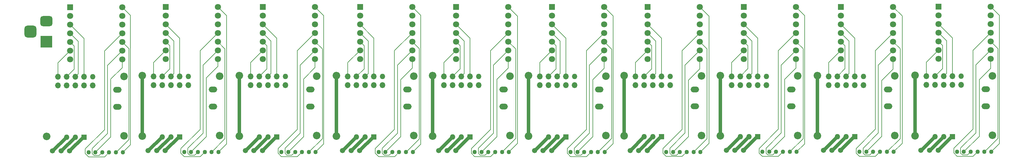
<source format=gbr>
%TF.GenerationSoftware,KiCad,Pcbnew,8.0.6*%
%TF.CreationDate,2024-11-22T20:17:49-05:00*%
%TF.ProjectId,exosuit_modular_board,65786f73-7569-4745-9f6d-6f64756c6172,rev?*%
%TF.SameCoordinates,Original*%
%TF.FileFunction,Copper,L1,Top*%
%TF.FilePolarity,Positive*%
%FSLAX46Y46*%
G04 Gerber Fmt 4.6, Leading zero omitted, Abs format (unit mm)*
G04 Created by KiCad (PCBNEW 8.0.6) date 2024-11-22 20:17:49*
%MOMM*%
%LPD*%
G01*
G04 APERTURE LIST*
G04 Aperture macros list*
%AMRoundRect*
0 Rectangle with rounded corners*
0 $1 Rounding radius*
0 $2 $3 $4 $5 $6 $7 $8 $9 X,Y pos of 4 corners*
0 Add a 4 corners polygon primitive as box body*
4,1,4,$2,$3,$4,$5,$6,$7,$8,$9,$2,$3,0*
0 Add four circle primitives for the rounded corners*
1,1,$1+$1,$2,$3*
1,1,$1+$1,$4,$5*
1,1,$1+$1,$6,$7*
1,1,$1+$1,$8,$9*
0 Add four rect primitives between the rounded corners*
20,1,$1+$1,$2,$3,$4,$5,0*
20,1,$1+$1,$4,$5,$6,$7,0*
20,1,$1+$1,$6,$7,$8,$9,0*
20,1,$1+$1,$8,$9,$2,$3,0*%
G04 Aperture macros list end*
%TA.AperFunction,ComponentPad*%
%ADD10O,2.500000X1.700000*%
%TD*%
%TA.AperFunction,ComponentPad*%
%ADD11O,2.200000X2.200000*%
%TD*%
%TA.AperFunction,ComponentPad*%
%ADD12C,1.270000*%
%TD*%
%TA.AperFunction,ComponentPad*%
%ADD13O,1.574800X1.574800*%
%TD*%
%TA.AperFunction,ComponentPad*%
%ADD14O,1.700000X1.700000*%
%TD*%
%TA.AperFunction,ComponentPad*%
%ADD15R,1.574800X1.574800*%
%TD*%
%TA.AperFunction,ComponentPad*%
%ADD16R,1.800000X1.800000*%
%TD*%
%TA.AperFunction,ComponentPad*%
%ADD17C,1.800000*%
%TD*%
%TA.AperFunction,ComponentPad*%
%ADD18C,1.498600*%
%TD*%
%TA.AperFunction,ComponentPad*%
%ADD19R,3.500000X3.500000*%
%TD*%
%TA.AperFunction,ComponentPad*%
%ADD20RoundRect,0.750000X-1.000000X0.750000X-1.000000X-0.750000X1.000000X-0.750000X1.000000X0.750000X0*%
%TD*%
%TA.AperFunction,ComponentPad*%
%ADD21RoundRect,0.875000X-0.875000X0.875000X-0.875000X-0.875000X0.875000X-0.875000X0.875000X0.875000X0*%
%TD*%
%TA.AperFunction,Conductor*%
%ADD22C,1.000000*%
%TD*%
%TA.AperFunction,Conductor*%
%ADD23C,0.200000*%
%TD*%
G04 APERTURE END LIST*
D10*
%TO.P,,2*%
%TO.N,GND*%
X206901957Y-105425000D03*
%TD*%
D11*
%TO.P,,5*%
%TO.N,GND*%
X355093000Y-101326000D03*
%TD*%
D12*
%TO.P,J7s1,1,1*%
%TO.N,GND*%
X310903085Y-123684000D03*
%TO.P,J7s1,2,2*%
%TO.N,Net-(U7-A7{slash}D7{slash}RX)*%
X312903086Y-123684000D03*
%TO.P,J7s1,3,3*%
%TO.N,Net-(U7-A8{slash}D8{slash}SCK)*%
X314903085Y-123684000D03*
%TO.P,J7s1,4,4*%
%TO.N,Net-(U7-A10{slash}D10{slash}MOSI)*%
X316903086Y-123684000D03*
%TO.P,J7s1,5,5*%
%TO.N,Net-(U7-A9{slash}D9{slash}MISO)*%
X318903084Y-123684000D03*
%TO.P,J7s1,6,6*%
%TO.N,Net-(U7-5V)*%
X320903085Y-123684000D03*
%TD*%
D13*
%TO.P,H1,1,1*%
%TO.N,GND*%
X143303915Y-101700000D03*
D14*
%TO.P,H1,2,2*%
%TO.N,unconnected-(H1-Pad2)*%
X143303915Y-104240000D03*
%TO.P,H1,3,3*%
%TO.N,Net-(U1-A2{slash}D2)*%
X140763915Y-101700000D03*
%TO.P,H1,4,4*%
%TO.N,unconnected-(H1-Pad4)*%
X140763915Y-104240000D03*
%TO.P,H1,5,5*%
%TO.N,Net-(U1-A3{slash}D3)*%
X138223915Y-101700000D03*
%TO.P,H1,6,6*%
%TO.N,unconnected-(H1-Pad6)*%
X138223915Y-104240000D03*
%TO.P,H1,7,7*%
%TO.N,Net-(U1-D4{slash}SDA)*%
X135683915Y-101700000D03*
%TO.P,H1,8,8*%
%TO.N,unconnected-(H1-Pad8)*%
X135683915Y-104240000D03*
%TO.P,H1,9,9*%
%TO.N,Net-(U1-D5{slash}SCL)*%
X133143915Y-101700000D03*
%TO.P,H1,10,10*%
%TO.N,unconnected-(H1-Pad10)*%
X133143915Y-104240000D03*
%TD*%
D11*
%TO.P,,5*%
%TO.N,GND*%
X186200957Y-101361000D03*
%TD*%
D10*
%TO.P,Pad_gge5124,2*%
%TO.N,GND*%
X150542915Y-105510000D03*
%TD*%
%TO.P,,2*%
%TO.N,GND*%
X235290015Y-105425000D03*
%TD*%
D13*
%TO.P,H5,1,1*%
%TO.N,GND*%
X256133858Y-101615000D03*
D14*
%TO.P,H5,2,2*%
%TO.N,unconnected-(H5-Pad2)*%
X256133858Y-104155000D03*
%TO.P,H5,3,3*%
%TO.N,Net-(U5-A2{slash}D2)*%
X253593858Y-101615000D03*
%TO.P,H5,4,4*%
%TO.N,unconnected-(H5-Pad4)*%
X253593858Y-104155000D03*
%TO.P,H5,5,5*%
%TO.N,Net-(U5-A3{slash}D3)*%
X251053858Y-101615000D03*
%TO.P,H5,6,6*%
%TO.N,unconnected-(H5-Pad6)*%
X251053858Y-104155000D03*
%TO.P,H5,7,7*%
%TO.N,Net-(U5-D4{slash}SDA)*%
X248513858Y-101615000D03*
%TO.P,H5,8,8*%
%TO.N,unconnected-(H5-Pad8)*%
X248513858Y-104155000D03*
%TO.P,H5,9,9*%
%TO.N,Net-(U5-D5{slash}SCL)*%
X245973858Y-101615000D03*
%TO.P,H5,10,10*%
%TO.N,unconnected-(H5-Pad10)*%
X245973858Y-104155000D03*
%TD*%
D11*
%TO.P,,5*%
%TO.N,GND*%
X208806957Y-118887000D03*
%TD*%
D10*
%TO.P,,2*%
%TO.N,GND*%
X347444000Y-105390000D03*
%TD*%
D11*
%TO.P,,5*%
%TO.N,GND*%
X298620000Y-101355000D03*
%TD*%
%TO.P,,5*%
%TO.N,GND*%
X293277858Y-118887000D03*
%TD*%
D15*
%TO.P,P4,1,1*%
%TO.N,Net-(J4m1-Pad1)*%
X225511015Y-119268000D03*
D13*
%TO.P,P4,2,2*%
%TO.N,Net-(J4m1-Pad2)*%
X222971015Y-119268000D03*
%TO.P,P4,3,3*%
%TO.N,Net-(J4m1-Pad3)*%
X220431015Y-119268000D03*
%TD*%
D16*
%TO.P,U10,1,A0/D0/DAC*%
%TO.N,unconnected-(U10-A0{slash}D0{slash}DAC-Pad1)*%
X390471085Y-81230000D03*
D17*
%TO.P,U10,2,A1/D1*%
%TO.N,unconnected-(U10-A1{slash}D1-Pad2)*%
X390471085Y-83770000D03*
%TO.P,U10,3,A2/D2*%
%TO.N,Net-(U10-A2{slash}D2)*%
X390471085Y-86310000D03*
%TO.P,U10,4,A3/D3*%
%TO.N,Net-(U10-A3{slash}D3)*%
X390471085Y-88850000D03*
%TO.P,U10,5,D4/SDA*%
%TO.N,Net-(U10-D4{slash}SDA)*%
X390471085Y-91390000D03*
%TO.P,U10,6,D5/SCL*%
%TO.N,Net-(U10-D5{slash}SCL)*%
X390471085Y-93930000D03*
%TO.P,U10,7,A6/D6/TX*%
%TO.N,unconnected-(U10-A6{slash}D6{slash}TX-Pad7)*%
X390471085Y-96470000D03*
%TO.P,U10,8,A7/D7/RX*%
%TO.N,Net-(U10-A7{slash}D7{slash}RX)*%
X405711085Y-96470000D03*
%TO.P,U10,9,A8/D8/SCK*%
%TO.N,Net-(U10-A8{slash}D8{slash}SCK)*%
X405711085Y-93930000D03*
%TO.P,U10,10,A9/D9/MISO*%
%TO.N,Net-(U10-A9{slash}D9{slash}MISO)*%
X405711085Y-91390000D03*
%TO.P,U10,11,A10/D10/MOSI*%
%TO.N,Net-(U10-A10{slash}D10{slash}MOSI)*%
X405711085Y-88850000D03*
%TO.P,U10,12,3V3*%
%TO.N,unconnected-(U10-3V3-Pad12)*%
X405711085Y-86310000D03*
%TO.P,U10,13,GND*%
%TO.N,GND*%
X405711085Y-83770000D03*
%TO.P,U10,14,5V*%
%TO.N,Net-(U10-5V)*%
X405711085Y-81230000D03*
%TD*%
D15*
%TO.P,P9,1,1*%
%TO.N,Net-(J9m1-Pad1)*%
X366015000Y-119233000D03*
D13*
%TO.P,P9,2,2*%
%TO.N,Net-(J9m1-Pad2)*%
X363475000Y-119233000D03*
%TO.P,P9,3,3*%
%TO.N,Net-(J9m1-Pad3)*%
X360935000Y-119233000D03*
%TD*%
D10*
%TO.P,,3*%
%TO.N,VCC*%
X178487915Y-110378000D03*
%TD*%
D13*
%TO.P,H7,1,1*%
%TO.N,GND*%
X312082000Y-101609000D03*
D14*
%TO.P,H7,2,2*%
%TO.N,unconnected-(H7-Pad2)*%
X312082000Y-104149000D03*
%TO.P,H7,3,3*%
%TO.N,Net-(U7-A2{slash}D2)*%
X309542000Y-101609000D03*
%TO.P,H7,4,4*%
%TO.N,unconnected-(H7-Pad4)*%
X309542000Y-104149000D03*
%TO.P,H7,5,5*%
%TO.N,Net-(U7-A3{slash}D3)*%
X307002000Y-101609000D03*
%TO.P,H7,6,6*%
%TO.N,unconnected-(H7-Pad6)*%
X307002000Y-104149000D03*
%TO.P,H7,7,7*%
%TO.N,Net-(U7-D4{slash}SDA)*%
X304462000Y-101609000D03*
%TO.P,H7,8,8*%
%TO.N,unconnected-(H7-Pad8)*%
X304462000Y-104149000D03*
%TO.P,H7,9,9*%
%TO.N,Net-(U7-D5{slash}SCL)*%
X301922000Y-101609000D03*
%TO.P,H7,10,10*%
%TO.N,unconnected-(H7-Pad10)*%
X301922000Y-104149000D03*
%TD*%
D18*
%TO.P,J5m1,1,1*%
%TO.N,Net-(J5m1-Pad1)*%
X249425043Y-123269900D03*
%TO.P,J5m1,2,2*%
%TO.N,Net-(J5m1-Pad2)*%
X246925043Y-123269900D03*
%TO.P,J5m1,3,3*%
%TO.N,Net-(J5m1-Pad3)*%
X244425043Y-123269900D03*
%TD*%
D10*
%TO.P,,3*%
%TO.N,VCC*%
X375794000Y-110343000D03*
%TD*%
D11*
%TO.P,,5*%
%TO.N,GND*%
X180392915Y-101488000D03*
%TD*%
%TO.P,,5*%
%TO.N,GND*%
X242671858Y-119014000D03*
%TD*%
D10*
%TO.P,,3*%
%TO.N,VCC*%
X347444000Y-110343000D03*
%TD*%
D15*
%TO.P,P8,1,1*%
%TO.N,Net-(J8m1-Pad1)*%
X337665000Y-119233000D03*
D13*
%TO.P,P8,2,2*%
%TO.N,Net-(J8m1-Pad2)*%
X335125000Y-119233000D03*
%TO.P,P8,3,3*%
%TO.N,Net-(J8m1-Pad3)*%
X332585000Y-119233000D03*
%TD*%
D11*
%TO.P,,5*%
%TO.N,GND*%
X157786915Y-101361000D03*
%TD*%
D12*
%TO.P,J1s1,1,1*%
%TO.N,GND*%
X142125000Y-123775000D03*
%TO.P,J1s1,2,2*%
%TO.N,Net-(U1-A7{slash}D7{slash}RX)*%
X144125001Y-123775000D03*
%TO.P,J1s1,3,3*%
%TO.N,Net-(U1-A8{slash}D8{slash}SCK)*%
X146125000Y-123775000D03*
%TO.P,J1s1,4,4*%
%TO.N,Net-(U1-A10{slash}D10{slash}MOSI)*%
X148125001Y-123775000D03*
%TO.P,J1s1,5,5*%
%TO.N,Net-(U1-A9{slash}D9{slash}MISO)*%
X150124999Y-123775000D03*
%TO.P,J1s1,6,6*%
%TO.N,Net-(U1-5V)*%
X152125000Y-123775000D03*
%TD*%
D16*
%TO.P,U1,1,A0/D0/DAC*%
%TO.N,unconnected-(U1-A0{slash}D0{slash}DAC-Pad1)*%
X136705000Y-81380000D03*
D17*
%TO.P,U1,2,A1/D1*%
%TO.N,unconnected-(U1-A1{slash}D1-Pad2)*%
X136705000Y-83920000D03*
%TO.P,U1,3,A2/D2*%
%TO.N,Net-(U1-A2{slash}D2)*%
X136705000Y-86460000D03*
%TO.P,U1,4,A3/D3*%
%TO.N,Net-(U1-A3{slash}D3)*%
X136705000Y-89000000D03*
%TO.P,U1,5,D4/SDA*%
%TO.N,Net-(U1-D4{slash}SDA)*%
X136705000Y-91540000D03*
%TO.P,U1,6,D5/SCL*%
%TO.N,Net-(U1-D5{slash}SCL)*%
X136705000Y-94080000D03*
%TO.P,U1,7,A6/D6/TX*%
%TO.N,unconnected-(U1-A6{slash}D6{slash}TX-Pad7)*%
X136705000Y-96620000D03*
%TO.P,U1,8,A7/D7/RX*%
%TO.N,Net-(U1-A7{slash}D7{slash}RX)*%
X151945000Y-96620000D03*
%TO.P,U1,9,A8/D8/SCK*%
%TO.N,Net-(U1-A8{slash}D8{slash}SCK)*%
X151945000Y-94080000D03*
%TO.P,U1,10,A9/D9/MISO*%
%TO.N,Net-(U1-A9{slash}D9{slash}MISO)*%
X151945000Y-91540000D03*
%TO.P,U1,11,A10/D10/MOSI*%
%TO.N,Net-(U1-A10{slash}D10{slash}MOSI)*%
X151945000Y-89000000D03*
%TO.P,U1,12,3V3*%
%TO.N,unconnected-(U1-3V3-Pad12)*%
X151945000Y-86460000D03*
%TO.P,U1,13,GND*%
%TO.N,GND*%
X151945000Y-83920000D03*
%TO.P,U1,14,5V*%
%TO.N,Net-(U1-5V)*%
X151945000Y-81380000D03*
%TD*%
D16*
%TO.P,U8,1,A0/D0/DAC*%
%TO.N,unconnected-(U8-A0{slash}D0{slash}DAC-Pad1)*%
X333606085Y-81260000D03*
D17*
%TO.P,U8,2,A1/D1*%
%TO.N,unconnected-(U8-A1{slash}D1-Pad2)*%
X333606085Y-83800000D03*
%TO.P,U8,3,A2/D2*%
%TO.N,Net-(U8-A2{slash}D2)*%
X333606085Y-86340000D03*
%TO.P,U8,4,A3/D3*%
%TO.N,Net-(U8-A3{slash}D3)*%
X333606085Y-88880000D03*
%TO.P,U8,5,D4/SDA*%
%TO.N,Net-(U8-D4{slash}SDA)*%
X333606085Y-91420000D03*
%TO.P,U8,6,D5/SCL*%
%TO.N,Net-(U8-D5{slash}SCL)*%
X333606085Y-93960000D03*
%TO.P,U8,7,A6/D6/TX*%
%TO.N,unconnected-(U8-A6{slash}D6{slash}TX-Pad7)*%
X333606085Y-96500000D03*
%TO.P,U8,8,A7/D7/RX*%
%TO.N,Net-(U8-A7{slash}D7{slash}RX)*%
X348846085Y-96500000D03*
%TO.P,U8,9,A8/D8/SCK*%
%TO.N,Net-(U8-A8{slash}D8{slash}SCK)*%
X348846085Y-93960000D03*
%TO.P,U8,10,A9/D9/MISO*%
%TO.N,Net-(U8-A9{slash}D9{slash}MISO)*%
X348846085Y-91420000D03*
%TO.P,U8,11,A10/D10/MOSI*%
%TO.N,Net-(U8-A10{slash}D10{slash}MOSI)*%
X348846085Y-88880000D03*
%TO.P,U8,12,3V3*%
%TO.N,unconnected-(U8-3V3-Pad12)*%
X348846085Y-86340000D03*
%TO.P,U8,13,GND*%
%TO.N,GND*%
X348846085Y-83800000D03*
%TO.P,U8,14,5V*%
%TO.N,Net-(U8-5V)*%
X348846085Y-81260000D03*
%TD*%
D11*
%TO.P,,5*%
%TO.N,GND*%
X186200957Y-119014000D03*
%TD*%
D16*
%TO.P,U5,1,A0/D0/DAC*%
%TO.N,unconnected-(U5-A0{slash}D0{slash}DAC-Pad1)*%
X249534943Y-81295000D03*
D17*
%TO.P,U5,2,A1/D1*%
%TO.N,unconnected-(U5-A1{slash}D1-Pad2)*%
X249534943Y-83835000D03*
%TO.P,U5,3,A2/D2*%
%TO.N,Net-(U5-A2{slash}D2)*%
X249534943Y-86375000D03*
%TO.P,U5,4,A3/D3*%
%TO.N,Net-(U5-A3{slash}D3)*%
X249534943Y-88915000D03*
%TO.P,U5,5,D4/SDA*%
%TO.N,Net-(U5-D4{slash}SDA)*%
X249534943Y-91455000D03*
%TO.P,U5,6,D5/SCL*%
%TO.N,Net-(U5-D5{slash}SCL)*%
X249534943Y-93995000D03*
%TO.P,U5,7,A6/D6/TX*%
%TO.N,unconnected-(U5-A6{slash}D6{slash}TX-Pad7)*%
X249534943Y-96535000D03*
%TO.P,U5,8,A7/D7/RX*%
%TO.N,Net-(U5-A7{slash}D7{slash}RX)*%
X264774943Y-96535000D03*
%TO.P,U5,9,A8/D8/SCK*%
%TO.N,Net-(U5-A8{slash}D8{slash}SCK)*%
X264774943Y-93995000D03*
%TO.P,U5,10,A9/D9/MISO*%
%TO.N,Net-(U5-A9{slash}D9{slash}MISO)*%
X264774943Y-91455000D03*
%TO.P,U5,11,A10/D10/MOSI*%
%TO.N,Net-(U5-A10{slash}D10{slash}MOSI)*%
X264774943Y-88915000D03*
%TO.P,U5,12,3V3*%
%TO.N,unconnected-(U5-3V3-Pad12)*%
X264774943Y-86375000D03*
%TO.P,U5,13,GND*%
%TO.N,GND*%
X264774943Y-83835000D03*
%TO.P,U5,14,5V*%
%TO.N,Net-(U5-5V)*%
X264774943Y-81295000D03*
%TD*%
D12*
%TO.P,J2s1,1,1*%
%TO.N,GND*%
X170070000Y-123690000D03*
%TO.P,J2s1,2,2*%
%TO.N,Net-(U2-A7{slash}D7{slash}RX)*%
X172070001Y-123690000D03*
%TO.P,J2s1,3,3*%
%TO.N,Net-(U2-A8{slash}D8{slash}SCK)*%
X174070000Y-123690000D03*
%TO.P,J2s1,4,4*%
%TO.N,Net-(U2-A10{slash}D10{slash}MOSI)*%
X176070001Y-123690000D03*
%TO.P,J2s1,5,5*%
%TO.N,Net-(U2-A9{slash}D9{slash}MISO)*%
X178069999Y-123690000D03*
%TO.P,J2s1,6,6*%
%TO.N,Net-(U2-5V)*%
X180070000Y-123690000D03*
%TD*%
D10*
%TO.P,Pad_gge5154,3*%
%TO.N,VCC*%
X150542915Y-110463000D03*
%TD*%
%TO.P,,2*%
%TO.N,GND*%
X404309000Y-105360000D03*
%TD*%
D18*
%TO.P,J9m1,1,1*%
%TO.N,Net-(J9m1-Pad1)*%
X361846185Y-123234900D03*
%TO.P,J9m1,2,2*%
%TO.N,Net-(J9m1-Pad2)*%
X359346185Y-123234900D03*
%TO.P,J9m1,3,3*%
%TO.N,Net-(J9m1-Pad3)*%
X356846185Y-123234900D03*
%TD*%
%TO.P,J1m1,1,1*%
%TO.N,Net-(J1m1-Pad1)*%
X136595100Y-123354900D03*
%TO.P,J1m1,2,2*%
%TO.N,Net-(J1m1-Pad2)*%
X134095100Y-123354900D03*
%TO.P,J1m1,3,3*%
%TO.N,Net-(J1m1-Pad3)*%
X131595100Y-123354900D03*
%TD*%
D19*
%TO.P,BJ1,1*%
%TO.N,VCC*%
X129825000Y-91450000D03*
D20*
%TO.P,BJ1,2*%
%TO.N,GND*%
X129825000Y-85450000D03*
D21*
%TO.P,BJ1,3*%
X125125000Y-88450000D03*
%TD*%
D11*
%TO.P,,5*%
%TO.N,GND*%
X270671858Y-101361000D03*
%TD*%
%TO.P,,5*%
%TO.N,GND*%
X321226000Y-118881000D03*
%TD*%
D12*
%TO.P,J9s1,1,1*%
%TO.N,GND*%
X367376085Y-123655000D03*
%TO.P,J9s1,2,2*%
%TO.N,Net-(U9-A7{slash}D7{slash}RX)*%
X369376086Y-123655000D03*
%TO.P,J9s1,3,3*%
%TO.N,Net-(U9-A8{slash}D8{slash}SCK)*%
X371376085Y-123655000D03*
%TO.P,J9s1,4,4*%
%TO.N,Net-(U9-A10{slash}D10{slash}MOSI)*%
X373376086Y-123655000D03*
%TO.P,J9s1,5,5*%
%TO.N,Net-(U9-A9{slash}D9{slash}MISO)*%
X375376084Y-123655000D03*
%TO.P,J9s1,6,6*%
%TO.N,Net-(U9-5V)*%
X377376085Y-123655000D03*
%TD*%
D11*
%TO.P,Pad_gge7437,5*%
%TO.N,GND*%
X152447915Y-101573000D03*
%TD*%
D15*
%TO.P,P5,1,1*%
%TO.N,Net-(J5m1-Pad1)*%
X253593858Y-119268000D03*
D13*
%TO.P,P5,2,2*%
%TO.N,Net-(J5m1-Pad2)*%
X251053858Y-119268000D03*
%TO.P,P5,3,3*%
%TO.N,Net-(J5m1-Pad3)*%
X248513858Y-119268000D03*
%TD*%
D11*
%TO.P,,5*%
%TO.N,GND*%
X321226000Y-101482000D03*
%TD*%
D15*
%TO.P,P2,1,1*%
%TO.N,Net-(J2m1-Pad1)*%
X168708915Y-119268000D03*
D13*
%TO.P,P2,2,2*%
%TO.N,Net-(J2m1-Pad2)*%
X166168915Y-119268000D03*
%TO.P,P2,3,3*%
%TO.N,Net-(J2m1-Pad3)*%
X163628915Y-119268000D03*
%TD*%
D12*
%TO.P,J5s1,1,1*%
%TO.N,GND*%
X254954943Y-123690000D03*
%TO.P,J5s1,2,2*%
%TO.N,Net-(U5-A7{slash}D7{slash}RX)*%
X256954944Y-123690000D03*
%TO.P,J5s1,3,3*%
%TO.N,Net-(U5-A8{slash}D8{slash}SCK)*%
X258954943Y-123690000D03*
%TO.P,J5s1,4,4*%
%TO.N,Net-(U5-A10{slash}D10{slash}MOSI)*%
X260954944Y-123690000D03*
%TO.P,J5s1,5,5*%
%TO.N,Net-(U5-A9{slash}D9{slash}MISO)*%
X262954942Y-123690000D03*
%TO.P,J5s1,6,6*%
%TO.N,Net-(U5-5V)*%
X264954943Y-123690000D03*
%TD*%
D10*
%TO.P,,2*%
%TO.N,GND*%
X319321000Y-105419000D03*
%TD*%
D15*
%TO.P,P10,1,1*%
%TO.N,Net-(J10m1-Pad1)*%
X394530000Y-119203000D03*
D13*
%TO.P,P10,2,2*%
%TO.N,Net-(J10m1-Pad2)*%
X391990000Y-119203000D03*
%TO.P,P10,3,3*%
%TO.N,Net-(J10m1-Pad3)*%
X389450000Y-119203000D03*
%TD*%
D10*
%TO.P,,2*%
%TO.N,GND*%
X263372858Y-105425000D03*
%TD*%
D18*
%TO.P,J8m1,1,1*%
%TO.N,Net-(J8m1-Pad1)*%
X333496185Y-123234900D03*
%TO.P,J8m1,2,2*%
%TO.N,Net-(J8m1-Pad2)*%
X330996185Y-123234900D03*
%TO.P,J8m1,3,3*%
%TO.N,Net-(J8m1-Pad3)*%
X328496185Y-123234900D03*
%TD*%
D11*
%TO.P,,5*%
%TO.N,GND*%
X180392915Y-118887000D03*
%TD*%
D10*
%TO.P,,3*%
%TO.N,VCC*%
X319321000Y-110372000D03*
%TD*%
D13*
%TO.P,H4,1,1*%
%TO.N,GND*%
X228051015Y-101615000D03*
D14*
%TO.P,H4,2,2*%
%TO.N,unconnected-(H4-Pad2)*%
X228051015Y-104155000D03*
%TO.P,H4,3,3*%
%TO.N,Net-(U4-A2{slash}D2)*%
X225511015Y-101615000D03*
%TO.P,H4,4,4*%
%TO.N,unconnected-(H4-Pad4)*%
X225511015Y-104155000D03*
%TO.P,H4,5,5*%
%TO.N,Net-(U4-A3{slash}D3)*%
X222971015Y-101615000D03*
%TO.P,H4,6,6*%
%TO.N,unconnected-(H4-Pad6)*%
X222971015Y-104155000D03*
%TO.P,H4,7,7*%
%TO.N,Net-(U4-D4{slash}SDA)*%
X220431015Y-101615000D03*
%TO.P,H4,8,8*%
%TO.N,unconnected-(H4-Pad8)*%
X220431015Y-104155000D03*
%TO.P,H4,9,9*%
%TO.N,Net-(U4-D5{slash}SCL)*%
X217891015Y-101615000D03*
%TO.P,H4,10,10*%
%TO.N,unconnected-(H4-Pad10)*%
X217891015Y-104155000D03*
%TD*%
D11*
%TO.P,,5*%
%TO.N,GND*%
X326743000Y-118979000D03*
%TD*%
%TO.P,,5*%
%TO.N,GND*%
X208806957Y-101488000D03*
%TD*%
D15*
%TO.P,P6,1,1*%
%TO.N,Net-(J6m1-Pad1)*%
X281593858Y-119268000D03*
D13*
%TO.P,P6,2,2*%
%TO.N,Net-(J6m1-Pad2)*%
X279053858Y-119268000D03*
%TO.P,P6,3,3*%
%TO.N,Net-(J6m1-Pad3)*%
X276513858Y-119268000D03*
%TD*%
D18*
%TO.P,J2m1,1,1*%
%TO.N,Net-(J2m1-Pad1)*%
X164540100Y-123269900D03*
%TO.P,J2m1,2,2*%
%TO.N,Net-(J2m1-Pad2)*%
X162040100Y-123269900D03*
%TO.P,J2m1,3,3*%
%TO.N,Net-(J2m1-Pad3)*%
X159540100Y-123269900D03*
%TD*%
D11*
%TO.P,,5*%
%TO.N,GND*%
X237195015Y-118887000D03*
%TD*%
D13*
%TO.P,H3,1,1*%
%TO.N,GND*%
X199662957Y-101615000D03*
D14*
%TO.P,H3,2,2*%
%TO.N,unconnected-(H3-Pad2)*%
X199662957Y-104155000D03*
%TO.P,H3,3,3*%
%TO.N,Net-(U3-A2{slash}D2)*%
X197122957Y-101615000D03*
%TO.P,H3,4,4*%
%TO.N,unconnected-(H3-Pad4)*%
X197122957Y-104155000D03*
%TO.P,H3,5,5*%
%TO.N,Net-(U3-A3{slash}D3)*%
X194582957Y-101615000D03*
%TO.P,H3,6,6*%
%TO.N,unconnected-(H3-Pad6)*%
X194582957Y-104155000D03*
%TO.P,H3,7,7*%
%TO.N,Net-(U3-D4{slash}SDA)*%
X192042957Y-101615000D03*
%TO.P,H3,8,8*%
%TO.N,unconnected-(H3-Pad8)*%
X192042957Y-104155000D03*
%TO.P,H3,9,9*%
%TO.N,Net-(U3-D5{slash}SCL)*%
X189502957Y-101615000D03*
%TO.P,H3,10,10*%
%TO.N,unconnected-(H3-Pad10)*%
X189502957Y-104155000D03*
%TD*%
D12*
%TO.P,J6s1,1,1*%
%TO.N,GND*%
X282954943Y-123690000D03*
%TO.P,J6s1,2,2*%
%TO.N,Net-(U6-A7{slash}D7{slash}RX)*%
X284954944Y-123690000D03*
%TO.P,J6s1,3,3*%
%TO.N,Net-(U6-A8{slash}D8{slash}SCK)*%
X286954943Y-123690000D03*
%TO.P,J6s1,4,4*%
%TO.N,Net-(U6-A10{slash}D10{slash}MOSI)*%
X288954944Y-123690000D03*
%TO.P,J6s1,5,5*%
%TO.N,Net-(U6-A9{slash}D9{slash}MISO)*%
X290954942Y-123690000D03*
%TO.P,J6s1,6,6*%
%TO.N,Net-(U6-5V)*%
X292954943Y-123690000D03*
%TD*%
D11*
%TO.P,Pad_gge5250,5*%
%TO.N,GND*%
X152447915Y-118972000D03*
%TD*%
%TO.P,,5*%
%TO.N,GND*%
X298620000Y-119008000D03*
%TD*%
%TO.P,,5*%
%TO.N,GND*%
X214589015Y-119014000D03*
%TD*%
%TO.P,,5*%
%TO.N,GND*%
X349349000Y-101453000D03*
%TD*%
D18*
%TO.P,J6m1,1,1*%
%TO.N,Net-(J6m1-Pad1)*%
X277425043Y-123269900D03*
%TO.P,J6m1,2,2*%
%TO.N,Net-(J6m1-Pad2)*%
X274925043Y-123269900D03*
%TO.P,J6m1,3,3*%
%TO.N,Net-(J6m1-Pad3)*%
X272425043Y-123269900D03*
%TD*%
D13*
%TO.P,H6,1,1*%
%TO.N,GND*%
X284133858Y-101615000D03*
D14*
%TO.P,H6,2,2*%
%TO.N,unconnected-(H6-Pad2)*%
X284133858Y-104155000D03*
%TO.P,H6,3,3*%
%TO.N,Net-(U6-A2{slash}D2)*%
X281593858Y-101615000D03*
%TO.P,H6,4,4*%
%TO.N,unconnected-(H6-Pad4)*%
X281593858Y-104155000D03*
%TO.P,H6,5,5*%
%TO.N,Net-(U6-A3{slash}D3)*%
X279053858Y-101615000D03*
%TO.P,H6,6,6*%
%TO.N,unconnected-(H6-Pad6)*%
X279053858Y-104155000D03*
%TO.P,H6,7,7*%
%TO.N,Net-(U6-D4{slash}SDA)*%
X276513858Y-101615000D03*
%TO.P,H6,8,8*%
%TO.N,unconnected-(H6-Pad8)*%
X276513858Y-104155000D03*
%TO.P,H6,9,9*%
%TO.N,Net-(U6-D5{slash}SCL)*%
X273973858Y-101615000D03*
%TO.P,H6,10,10*%
%TO.N,unconnected-(H6-Pad10)*%
X273973858Y-104155000D03*
%TD*%
D10*
%TO.P,,3*%
%TO.N,VCC*%
X235290015Y-110378000D03*
%TD*%
D12*
%TO.P,J4s1,1,1*%
%TO.N,GND*%
X226872100Y-123690000D03*
%TO.P,J4s1,2,2*%
%TO.N,Net-(U4-A7{slash}D7{slash}RX)*%
X228872101Y-123690000D03*
%TO.P,J4s1,3,3*%
%TO.N,Net-(U4-A8{slash}D8{slash}SCK)*%
X230872100Y-123690000D03*
%TO.P,J4s1,4,4*%
%TO.N,Net-(U4-A10{slash}D10{slash}MOSI)*%
X232872101Y-123690000D03*
%TO.P,J4s1,5,5*%
%TO.N,Net-(U4-A9{slash}D9{slash}MISO)*%
X234872099Y-123690000D03*
%TO.P,J4s1,6,6*%
%TO.N,Net-(U4-5V)*%
X236872100Y-123690000D03*
%TD*%
%TO.P,J10s1,1,1*%
%TO.N,GND*%
X395891085Y-123625000D03*
%TO.P,J10s1,2,2*%
%TO.N,Net-(U10-A7{slash}D7{slash}RX)*%
X397891086Y-123625000D03*
%TO.P,J10s1,3,3*%
%TO.N,Net-(U10-A8{slash}D8{slash}SCK)*%
X399891085Y-123625000D03*
%TO.P,J10s1,4,4*%
%TO.N,Net-(U10-A10{slash}D10{slash}MOSI)*%
X401891086Y-123625000D03*
%TO.P,J10s1,5,5*%
%TO.N,Net-(U10-A9{slash}D9{slash}MISO)*%
X403891084Y-123625000D03*
%TO.P,J10s1,6,6*%
%TO.N,Net-(U10-5V)*%
X405891085Y-123625000D03*
%TD*%
D18*
%TO.P,J3m1,1,1*%
%TO.N,Net-(J3m1-Pad1)*%
X192954142Y-123269900D03*
%TO.P,J3m1,2,2*%
%TO.N,Net-(J3m1-Pad2)*%
X190454142Y-123269900D03*
%TO.P,J3m1,3,3*%
%TO.N,Net-(J3m1-Pad3)*%
X187954142Y-123269900D03*
%TD*%
D11*
%TO.P,,5*%
%TO.N,GND*%
X383608000Y-101296000D03*
%TD*%
D15*
%TO.P,P1,1,1*%
%TO.N,Net-(J1m1-Pad1)*%
X140763915Y-119353000D03*
D13*
%TO.P,P1,2,2*%
%TO.N,Net-(J1m1-Pad2)*%
X138223915Y-119353000D03*
%TO.P,P1,3,3*%
%TO.N,Net-(J1m1-Pad3)*%
X135683915Y-119353000D03*
%TD*%
D16*
%TO.P,U6,1,A0/D0/DAC*%
%TO.N,unconnected-(U6-A0{slash}D0{slash}DAC-Pad1)*%
X277534943Y-81295000D03*
D17*
%TO.P,U6,2,A1/D1*%
%TO.N,unconnected-(U6-A1{slash}D1-Pad2)*%
X277534943Y-83835000D03*
%TO.P,U6,3,A2/D2*%
%TO.N,Net-(U6-A2{slash}D2)*%
X277534943Y-86375000D03*
%TO.P,U6,4,A3/D3*%
%TO.N,Net-(U6-A3{slash}D3)*%
X277534943Y-88915000D03*
%TO.P,U6,5,D4/SDA*%
%TO.N,Net-(U6-D4{slash}SDA)*%
X277534943Y-91455000D03*
%TO.P,U6,6,D5/SCL*%
%TO.N,Net-(U6-D5{slash}SCL)*%
X277534943Y-93995000D03*
%TO.P,U6,7,A6/D6/TX*%
%TO.N,unconnected-(U6-A6{slash}D6{slash}TX-Pad7)*%
X277534943Y-96535000D03*
%TO.P,U6,8,A7/D7/RX*%
%TO.N,Net-(U6-A7{slash}D7{slash}RX)*%
X292774943Y-96535000D03*
%TO.P,U6,9,A8/D8/SCK*%
%TO.N,Net-(U6-A8{slash}D8{slash}SCK)*%
X292774943Y-93995000D03*
%TO.P,U6,10,A9/D9/MISO*%
%TO.N,Net-(U6-A9{slash}D9{slash}MISO)*%
X292774943Y-91455000D03*
%TO.P,U6,11,A10/D10/MOSI*%
%TO.N,Net-(U6-A10{slash}D10{slash}MOSI)*%
X292774943Y-88915000D03*
%TO.P,U6,12,3V3*%
%TO.N,unconnected-(U6-3V3-Pad12)*%
X292774943Y-86375000D03*
%TO.P,U6,13,GND*%
%TO.N,GND*%
X292774943Y-83835000D03*
%TO.P,U6,14,5V*%
%TO.N,Net-(U6-5V)*%
X292774943Y-81295000D03*
%TD*%
D16*
%TO.P,U3,1,A0/D0/DAC*%
%TO.N,unconnected-(U3-A0{slash}D0{slash}DAC-Pad1)*%
X193064042Y-81295000D03*
D17*
%TO.P,U3,2,A1/D1*%
%TO.N,unconnected-(U3-A1{slash}D1-Pad2)*%
X193064042Y-83835000D03*
%TO.P,U3,3,A2/D2*%
%TO.N,Net-(U3-A2{slash}D2)*%
X193064042Y-86375000D03*
%TO.P,U3,4,A3/D3*%
%TO.N,Net-(U3-A3{slash}D3)*%
X193064042Y-88915000D03*
%TO.P,U3,5,D4/SDA*%
%TO.N,Net-(U3-D4{slash}SDA)*%
X193064042Y-91455000D03*
%TO.P,U3,6,D5/SCL*%
%TO.N,Net-(U3-D5{slash}SCL)*%
X193064042Y-93995000D03*
%TO.P,U3,7,A6/D6/TX*%
%TO.N,unconnected-(U3-A6{slash}D6{slash}TX-Pad7)*%
X193064042Y-96535000D03*
%TO.P,U3,8,A7/D7/RX*%
%TO.N,Net-(U3-A7{slash}D7{slash}RX)*%
X208304042Y-96535000D03*
%TO.P,U3,9,A8/D8/SCK*%
%TO.N,Net-(U3-A8{slash}D8{slash}SCK)*%
X208304042Y-93995000D03*
%TO.P,U3,10,A9/D9/MISO*%
%TO.N,Net-(U3-A9{slash}D9{slash}MISO)*%
X208304042Y-91455000D03*
%TO.P,U3,11,A10/D10/MOSI*%
%TO.N,Net-(U3-A10{slash}D10{slash}MOSI)*%
X208304042Y-88915000D03*
%TO.P,U3,12,3V3*%
%TO.N,unconnected-(U3-3V3-Pad12)*%
X208304042Y-86375000D03*
%TO.P,U3,13,GND*%
%TO.N,GND*%
X208304042Y-83835000D03*
%TO.P,U3,14,5V*%
%TO.N,Net-(U3-5V)*%
X208304042Y-81295000D03*
%TD*%
D10*
%TO.P,,3*%
%TO.N,VCC*%
X291372858Y-110378000D03*
%TD*%
%TO.P,,3*%
%TO.N,VCC*%
X404309000Y-110313000D03*
%TD*%
D11*
%TO.P,,5*%
%TO.N,GND*%
X265277858Y-101488000D03*
%TD*%
%TO.P,,5*%
%TO.N,GND*%
X377699000Y-101453000D03*
%TD*%
%TO.P,,5*%
%TO.N,GND*%
X326743000Y-101326000D03*
%TD*%
%TO.P,,5*%
%TO.N,GND*%
X214589015Y-101361000D03*
%TD*%
%TO.P,,5*%
%TO.N,GND*%
X293277858Y-101488000D03*
%TD*%
D13*
%TO.P,H10,1,1*%
%TO.N,GND*%
X397070000Y-101550000D03*
D14*
%TO.P,H10,2,2*%
%TO.N,unconnected-(H10-Pad2)*%
X397070000Y-104090000D03*
%TO.P,H10,3,3*%
%TO.N,Net-(U10-A2{slash}D2)*%
X394530000Y-101550000D03*
%TO.P,H10,4,4*%
%TO.N,unconnected-(H10-Pad4)*%
X394530000Y-104090000D03*
%TO.P,H10,5,5*%
%TO.N,Net-(U10-A3{slash}D3)*%
X391990000Y-101550000D03*
%TO.P,H10,6,6*%
%TO.N,unconnected-(H10-Pad6)*%
X391990000Y-104090000D03*
%TO.P,H10,7,7*%
%TO.N,Net-(U10-D4{slash}SDA)*%
X389450000Y-101550000D03*
%TO.P,H10,8,8*%
%TO.N,unconnected-(H10-Pad8)*%
X389450000Y-104090000D03*
%TO.P,H10,9,9*%
%TO.N,Net-(U10-D5{slash}SCL)*%
X386910000Y-101550000D03*
%TO.P,H10,10,10*%
%TO.N,unconnected-(H10-Pad10)*%
X386910000Y-104090000D03*
%TD*%
D10*
%TO.P,,3*%
%TO.N,VCC*%
X206901957Y-110378000D03*
%TD*%
D16*
%TO.P,U7,1,A0/D0/DAC*%
%TO.N,unconnected-(U7-A0{slash}D0{slash}DAC-Pad1)*%
X305483085Y-81289000D03*
D17*
%TO.P,U7,2,A1/D1*%
%TO.N,unconnected-(U7-A1{slash}D1-Pad2)*%
X305483085Y-83829000D03*
%TO.P,U7,3,A2/D2*%
%TO.N,Net-(U7-A2{slash}D2)*%
X305483085Y-86369000D03*
%TO.P,U7,4,A3/D3*%
%TO.N,Net-(U7-A3{slash}D3)*%
X305483085Y-88909000D03*
%TO.P,U7,5,D4/SDA*%
%TO.N,Net-(U7-D4{slash}SDA)*%
X305483085Y-91449000D03*
%TO.P,U7,6,D5/SCL*%
%TO.N,Net-(U7-D5{slash}SCL)*%
X305483085Y-93989000D03*
%TO.P,U7,7,A6/D6/TX*%
%TO.N,unconnected-(U7-A6{slash}D6{slash}TX-Pad7)*%
X305483085Y-96529000D03*
%TO.P,U7,8,A7/D7/RX*%
%TO.N,Net-(U7-A7{slash}D7{slash}RX)*%
X320723085Y-96529000D03*
%TO.P,U7,9,A8/D8/SCK*%
%TO.N,Net-(U7-A8{slash}D8{slash}SCK)*%
X320723085Y-93989000D03*
%TO.P,U7,10,A9/D9/MISO*%
%TO.N,Net-(U7-A9{slash}D9{slash}MISO)*%
X320723085Y-91449000D03*
%TO.P,U7,11,A10/D10/MOSI*%
%TO.N,Net-(U7-A10{slash}D10{slash}MOSI)*%
X320723085Y-88909000D03*
%TO.P,U7,12,3V3*%
%TO.N,unconnected-(U7-3V3-Pad12)*%
X320723085Y-86369000D03*
%TO.P,U7,13,GND*%
%TO.N,GND*%
X320723085Y-83829000D03*
%TO.P,U7,14,5V*%
%TO.N,Net-(U7-5V)*%
X320723085Y-81289000D03*
%TD*%
D12*
%TO.P,J8s1,1,1*%
%TO.N,GND*%
X339026085Y-123655000D03*
%TO.P,J8s1,2,2*%
%TO.N,Net-(U8-A7{slash}D7{slash}RX)*%
X341026086Y-123655000D03*
%TO.P,J8s1,3,3*%
%TO.N,Net-(U8-A8{slash}D8{slash}SCK)*%
X343026085Y-123655000D03*
%TO.P,J8s1,4,4*%
%TO.N,Net-(U8-A10{slash}D10{slash}MOSI)*%
X345026086Y-123655000D03*
%TO.P,J8s1,5,5*%
%TO.N,Net-(U8-A9{slash}D9{slash}MISO)*%
X347026084Y-123655000D03*
%TO.P,J8s1,6,6*%
%TO.N,Net-(U8-5V)*%
X349026085Y-123655000D03*
%TD*%
D11*
%TO.P,,5*%
%TO.N,GND*%
X383608000Y-118949000D03*
%TD*%
%TO.P,,5*%
%TO.N,GND*%
X242671858Y-101361000D03*
%TD*%
%TO.P,,5*%
%TO.N,GND*%
X406214000Y-118822000D03*
%TD*%
D18*
%TO.P,J10m1,1,1*%
%TO.N,Net-(J10m1-Pad1)*%
X390361185Y-123204900D03*
%TO.P,J10m1,2,2*%
%TO.N,Net-(J10m1-Pad2)*%
X387861185Y-123204900D03*
%TO.P,J10m1,3,3*%
%TO.N,Net-(J10m1-Pad3)*%
X385361185Y-123204900D03*
%TD*%
D11*
%TO.P,,5*%
%TO.N,GND*%
X237195015Y-101488000D03*
%TD*%
D18*
%TO.P,J4m1,1,1*%
%TO.N,Net-(J4m1-Pad1)*%
X221342200Y-123269900D03*
%TO.P,J4m1,2,2*%
%TO.N,Net-(J4m1-Pad2)*%
X218842200Y-123269900D03*
%TO.P,J4m1,3,3*%
%TO.N,Net-(J4m1-Pad3)*%
X216342200Y-123269900D03*
%TD*%
D16*
%TO.P,U9,1,A0/D0/DAC*%
%TO.N,unconnected-(U9-A0{slash}D0{slash}DAC-Pad1)*%
X361956085Y-81260000D03*
D17*
%TO.P,U9,2,A1/D1*%
%TO.N,unconnected-(U9-A1{slash}D1-Pad2)*%
X361956085Y-83800000D03*
%TO.P,U9,3,A2/D2*%
%TO.N,Net-(U9-A2{slash}D2)*%
X361956085Y-86340000D03*
%TO.P,U9,4,A3/D3*%
%TO.N,Net-(U9-A3{slash}D3)*%
X361956085Y-88880000D03*
%TO.P,U9,5,D4/SDA*%
%TO.N,Net-(U9-D4{slash}SDA)*%
X361956085Y-91420000D03*
%TO.P,U9,6,D5/SCL*%
%TO.N,Net-(U9-D5{slash}SCL)*%
X361956085Y-93960000D03*
%TO.P,U9,7,A6/D6/TX*%
%TO.N,unconnected-(U9-A6{slash}D6{slash}TX-Pad7)*%
X361956085Y-96500000D03*
%TO.P,U9,8,A7/D7/RX*%
%TO.N,Net-(U9-A7{slash}D7{slash}RX)*%
X377196085Y-96500000D03*
%TO.P,U9,9,A8/D8/SCK*%
%TO.N,Net-(U9-A8{slash}D8{slash}SCK)*%
X377196085Y-93960000D03*
%TO.P,U9,10,A9/D9/MISO*%
%TO.N,Net-(U9-A9{slash}D9{slash}MISO)*%
X377196085Y-91420000D03*
%TO.P,U9,11,A10/D10/MOSI*%
%TO.N,Net-(U9-A10{slash}D10{slash}MOSI)*%
X377196085Y-88880000D03*
%TO.P,U9,12,3V3*%
%TO.N,unconnected-(U9-3V3-Pad12)*%
X377196085Y-86340000D03*
%TO.P,U9,13,GND*%
%TO.N,GND*%
X377196085Y-83800000D03*
%TO.P,U9,14,5V*%
%TO.N,Net-(U9-5V)*%
X377196085Y-81260000D03*
%TD*%
D13*
%TO.P,H9,1,1*%
%TO.N,GND*%
X368555000Y-101580000D03*
D14*
%TO.P,H9,2,2*%
%TO.N,unconnected-(H9-Pad2)*%
X368555000Y-104120000D03*
%TO.P,H9,3,3*%
%TO.N,Net-(U9-A2{slash}D2)*%
X366015000Y-101580000D03*
%TO.P,H9,4,4*%
%TO.N,unconnected-(H9-Pad4)*%
X366015000Y-104120000D03*
%TO.P,H9,5,5*%
%TO.N,Net-(U9-A3{slash}D3)*%
X363475000Y-101580000D03*
%TO.P,H9,6,6*%
%TO.N,unconnected-(H9-Pad6)*%
X363475000Y-104120000D03*
%TO.P,H9,7,7*%
%TO.N,Net-(U9-D4{slash}SDA)*%
X360935000Y-101580000D03*
%TO.P,H9,8,8*%
%TO.N,unconnected-(H9-Pad8)*%
X360935000Y-104120000D03*
%TO.P,H9,9,9*%
%TO.N,Net-(U9-D5{slash}SCL)*%
X358395000Y-101580000D03*
%TO.P,H9,10,10*%
%TO.N,unconnected-(H9-Pad10)*%
X358395000Y-104120000D03*
%TD*%
D11*
%TO.P,Pad_gge5349,5*%
%TO.N,GND*%
X129841915Y-119099000D03*
%TD*%
D10*
%TO.P,,3*%
%TO.N,VCC*%
X263372858Y-110378000D03*
%TD*%
D11*
%TO.P,,5*%
%TO.N,GND*%
X270671858Y-119014000D03*
%TD*%
D16*
%TO.P,U2,1,A0/D0/DAC*%
%TO.N,unconnected-(U2-A0{slash}D0{slash}DAC-Pad1)*%
X164650000Y-81295000D03*
D17*
%TO.P,U2,2,A1/D1*%
%TO.N,unconnected-(U2-A1{slash}D1-Pad2)*%
X164650000Y-83835000D03*
%TO.P,U2,3,A2/D2*%
%TO.N,Net-(U2-A2{slash}D2)*%
X164650000Y-86375000D03*
%TO.P,U2,4,A3/D3*%
%TO.N,Net-(U2-A3{slash}D3)*%
X164650000Y-88915000D03*
%TO.P,U2,5,D4/SDA*%
%TO.N,Net-(U2-D4{slash}SDA)*%
X164650000Y-91455000D03*
%TO.P,U2,6,D5/SCL*%
%TO.N,Net-(U2-D5{slash}SCL)*%
X164650000Y-93995000D03*
%TO.P,U2,7,A6/D6/TX*%
%TO.N,unconnected-(U2-A6{slash}D6{slash}TX-Pad7)*%
X164650000Y-96535000D03*
%TO.P,U2,8,A7/D7/RX*%
%TO.N,Net-(U2-A7{slash}D7{slash}RX)*%
X179890000Y-96535000D03*
%TO.P,U2,9,A8/D8/SCK*%
%TO.N,Net-(U2-A8{slash}D8{slash}SCK)*%
X179890000Y-93995000D03*
%TO.P,U2,10,A9/D9/MISO*%
%TO.N,Net-(U2-A9{slash}D9{slash}MISO)*%
X179890000Y-91455000D03*
%TO.P,U2,11,A10/D10/MOSI*%
%TO.N,Net-(U2-A10{slash}D10{slash}MOSI)*%
X179890000Y-88915000D03*
%TO.P,U2,12,3V3*%
%TO.N,unconnected-(U2-3V3-Pad12)*%
X179890000Y-86375000D03*
%TO.P,U2,13,GND*%
%TO.N,GND*%
X179890000Y-83835000D03*
%TO.P,U2,14,5V*%
%TO.N,Net-(U2-5V)*%
X179890000Y-81295000D03*
%TD*%
D10*
%TO.P,,2*%
%TO.N,GND*%
X291372858Y-105425000D03*
%TD*%
D11*
%TO.P,,5*%
%TO.N,GND*%
X265277858Y-118887000D03*
%TD*%
%TO.P,,5*%
%TO.N,GND*%
X157786915Y-119014000D03*
%TD*%
%TO.P,,5*%
%TO.N,GND*%
X377699000Y-118852000D03*
%TD*%
D10*
%TO.P,,2*%
%TO.N,GND*%
X178487915Y-105425000D03*
%TD*%
D13*
%TO.P,H8,1,1*%
%TO.N,GND*%
X340205000Y-101580000D03*
D14*
%TO.P,H8,2,2*%
%TO.N,unconnected-(H8-Pad2)*%
X340205000Y-104120000D03*
%TO.P,H8,3,3*%
%TO.N,Net-(U8-A2{slash}D2)*%
X337665000Y-101580000D03*
%TO.P,H8,4,4*%
%TO.N,unconnected-(H8-Pad4)*%
X337665000Y-104120000D03*
%TO.P,H8,5,5*%
%TO.N,Net-(U8-A3{slash}D3)*%
X335125000Y-101580000D03*
%TO.P,H8,6,6*%
%TO.N,unconnected-(H8-Pad6)*%
X335125000Y-104120000D03*
%TO.P,H8,7,7*%
%TO.N,Net-(U8-D4{slash}SDA)*%
X332585000Y-101580000D03*
%TO.P,H8,8,8*%
%TO.N,unconnected-(H8-Pad8)*%
X332585000Y-104120000D03*
%TO.P,H8,9,9*%
%TO.N,Net-(U8-D5{slash}SCL)*%
X330045000Y-101580000D03*
%TO.P,H8,10,10*%
%TO.N,unconnected-(H8-Pad10)*%
X330045000Y-104120000D03*
%TD*%
D11*
%TO.P,,5*%
%TO.N,GND*%
X355093000Y-118979000D03*
%TD*%
D15*
%TO.P,P3,1,1*%
%TO.N,Net-(J3m1-Pad1)*%
X197122957Y-119268000D03*
D13*
%TO.P,P3,2,2*%
%TO.N,Net-(J3m1-Pad2)*%
X194582957Y-119268000D03*
%TO.P,P3,3,3*%
%TO.N,Net-(J3m1-Pad3)*%
X192042957Y-119268000D03*
%TD*%
D10*
%TO.P,,2*%
%TO.N,GND*%
X375794000Y-105390000D03*
%TD*%
D15*
%TO.P,P7,1,1*%
%TO.N,Net-(J7m1-Pad1)*%
X309542000Y-119262000D03*
D13*
%TO.P,P7,2,2*%
%TO.N,Net-(J7m1-Pad2)*%
X307002000Y-119262000D03*
%TO.P,P7,3,3*%
%TO.N,Net-(J7m1-Pad3)*%
X304462000Y-119262000D03*
%TD*%
%TO.P,H2,1,1*%
%TO.N,GND*%
X171248915Y-101615000D03*
D14*
%TO.P,H2,2,2*%
%TO.N,unconnected-(H2-Pad2)*%
X171248915Y-104155000D03*
%TO.P,H2,3,3*%
%TO.N,Net-(U2-A2{slash}D2)*%
X168708915Y-101615000D03*
%TO.P,H2,4,4*%
%TO.N,unconnected-(H2-Pad4)*%
X168708915Y-104155000D03*
%TO.P,H2,5,5*%
%TO.N,Net-(U2-A3{slash}D3)*%
X166168915Y-101615000D03*
%TO.P,H2,6,6*%
%TO.N,unconnected-(H2-Pad6)*%
X166168915Y-104155000D03*
%TO.P,H2,7,7*%
%TO.N,Net-(U2-D4{slash}SDA)*%
X163628915Y-101615000D03*
%TO.P,H2,8,8*%
%TO.N,unconnected-(H2-Pad8)*%
X163628915Y-104155000D03*
%TO.P,H2,9,9*%
%TO.N,Net-(U2-D5{slash}SCL)*%
X161088915Y-101615000D03*
%TO.P,H2,10,10*%
%TO.N,unconnected-(H2-Pad10)*%
X161088915Y-104155000D03*
%TD*%
D12*
%TO.P,J3s1,1,1*%
%TO.N,GND*%
X198484042Y-123690000D03*
%TO.P,J3s1,2,2*%
%TO.N,Net-(U3-A7{slash}D7{slash}RX)*%
X200484043Y-123690000D03*
%TO.P,J3s1,3,3*%
%TO.N,Net-(U3-A8{slash}D8{slash}SCK)*%
X202484042Y-123690000D03*
%TO.P,J3s1,4,4*%
%TO.N,Net-(U3-A10{slash}D10{slash}MOSI)*%
X204484043Y-123690000D03*
%TO.P,J3s1,5,5*%
%TO.N,Net-(U3-A9{slash}D9{slash}MISO)*%
X206484041Y-123690000D03*
%TO.P,J3s1,6,6*%
%TO.N,Net-(U3-5V)*%
X208484042Y-123690000D03*
%TD*%
D11*
%TO.P,,5*%
%TO.N,GND*%
X349349000Y-118852000D03*
%TD*%
D18*
%TO.P,J7m1,1,1*%
%TO.N,Net-(J7m1-Pad1)*%
X305373185Y-123263900D03*
%TO.P,J7m1,2,2*%
%TO.N,Net-(J7m1-Pad2)*%
X302873185Y-123263900D03*
%TO.P,J7m1,3,3*%
%TO.N,Net-(J7m1-Pad3)*%
X300373185Y-123263900D03*
%TD*%
D16*
%TO.P,U4,1,A0/D0/DAC*%
%TO.N,unconnected-(U4-A0{slash}D0{slash}DAC-Pad1)*%
X221452100Y-81295000D03*
D17*
%TO.P,U4,2,A1/D1*%
%TO.N,unconnected-(U4-A1{slash}D1-Pad2)*%
X221452100Y-83835000D03*
%TO.P,U4,3,A2/D2*%
%TO.N,Net-(U4-A2{slash}D2)*%
X221452100Y-86375000D03*
%TO.P,U4,4,A3/D3*%
%TO.N,Net-(U4-A3{slash}D3)*%
X221452100Y-88915000D03*
%TO.P,U4,5,D4/SDA*%
%TO.N,Net-(U4-D4{slash}SDA)*%
X221452100Y-91455000D03*
%TO.P,U4,6,D5/SCL*%
%TO.N,Net-(U4-D5{slash}SCL)*%
X221452100Y-93995000D03*
%TO.P,U4,7,A6/D6/TX*%
%TO.N,unconnected-(U4-A6{slash}D6{slash}TX-Pad7)*%
X221452100Y-96535000D03*
%TO.P,U4,8,A7/D7/RX*%
%TO.N,Net-(U4-A7{slash}D7{slash}RX)*%
X236692100Y-96535000D03*
%TO.P,U4,9,A8/D8/SCK*%
%TO.N,Net-(U4-A8{slash}D8{slash}SCK)*%
X236692100Y-93995000D03*
%TO.P,U4,10,A9/D9/MISO*%
%TO.N,Net-(U4-A9{slash}D9{slash}MISO)*%
X236692100Y-91455000D03*
%TO.P,U4,11,A10/D10/MOSI*%
%TO.N,Net-(U4-A10{slash}D10{slash}MOSI)*%
X236692100Y-88915000D03*
%TO.P,U4,12,3V3*%
%TO.N,unconnected-(U4-3V3-Pad12)*%
X236692100Y-86375000D03*
%TO.P,U4,13,GND*%
%TO.N,GND*%
X236692100Y-83835000D03*
%TO.P,U4,14,5V*%
%TO.N,Net-(U4-5V)*%
X236692100Y-81295000D03*
%TD*%
D11*
%TO.P,,5*%
%TO.N,GND*%
X406214000Y-101423000D03*
%TD*%
D22*
%TO.N,GND*%
X383608000Y-101296000D02*
X383608000Y-118949000D01*
X355093000Y-101326000D02*
X355093000Y-118979000D01*
X326743000Y-101326000D02*
X326743000Y-118979000D01*
X298620000Y-101355000D02*
X298620000Y-119008000D01*
X214589015Y-101361000D02*
X214589015Y-119014000D01*
X242671858Y-101361000D02*
X242671858Y-119014000D01*
X270671858Y-101361000D02*
X270671858Y-119014000D01*
X186200957Y-101361000D02*
X186200957Y-119014000D01*
X157786915Y-101361000D02*
X157786915Y-119014000D01*
D23*
%TO.N,Net-(U1-A9{slash}D9{slash}MISO)*%
X153925000Y-120025000D02*
X153925000Y-93520000D01*
X150175000Y-123775000D02*
X153925000Y-120025000D01*
X150124999Y-123775000D02*
X150175000Y-123775000D01*
X153925000Y-93520000D02*
X151945000Y-91540000D01*
%TO.N,Net-(U1-A8{slash}D8{slash}SCK)*%
X145190000Y-124710000D02*
X143737711Y-124710000D01*
X143737711Y-124710000D02*
X143190001Y-124162290D01*
X143190001Y-124162290D02*
X143190001Y-122684999D01*
X146125000Y-123775000D02*
X145190000Y-124710000D01*
X143190001Y-122684999D02*
X147625000Y-118250000D01*
X147625000Y-118250000D02*
X147625000Y-98400000D01*
X147625000Y-98400000D02*
X151945000Y-94080000D01*
%TO.N,Net-(U1-A10{slash}D10{slash}MOSI)*%
X141175000Y-124147290D02*
X141175000Y-122775000D01*
X146775000Y-94170000D02*
X151945000Y-89000000D01*
X146790001Y-125110000D02*
X142137710Y-125110000D01*
X141175000Y-122775000D02*
X146775000Y-117175000D01*
X146775000Y-117175000D02*
X146775000Y-94170000D01*
X142137710Y-125110000D02*
X141175000Y-124147290D01*
X148125001Y-123775000D02*
X146790001Y-125110000D01*
%TO.N,Net-(U1-A7{slash}D7{slash}RX)*%
X151945000Y-99030000D02*
X151945000Y-96620000D01*
X148625000Y-102350000D02*
X151945000Y-99030000D01*
X144125001Y-123775000D02*
X148625000Y-119275001D01*
X148625000Y-119275001D02*
X148625000Y-102350000D01*
%TO.N,Net-(U2-A3{slash}D3)*%
X167018915Y-100765000D02*
X167018915Y-91283915D01*
X167018915Y-91283915D02*
X164650000Y-88915000D01*
X166168915Y-101615000D02*
X167018915Y-100765000D01*
%TO.N,Net-(U1-D5{slash}SCL)*%
X133143915Y-97641085D02*
X136705000Y-94080000D01*
X133143915Y-101700000D02*
X133143915Y-97641085D01*
%TO.N,Net-(U1-A2{slash}D2)*%
X140763915Y-90518915D02*
X136705000Y-86460000D01*
X140763915Y-101700000D02*
X140763915Y-90518915D01*
%TO.N,Net-(U1-A3{slash}D3)*%
X138223915Y-101700000D02*
X139073915Y-100850000D01*
X139073915Y-100850000D02*
X139073915Y-91368915D01*
X139073915Y-91368915D02*
X136705000Y-89000000D01*
%TO.N,Net-(U1-D4{slash}SDA)*%
X135683915Y-101700000D02*
X137905000Y-99478915D01*
X137905000Y-92740000D02*
X136705000Y-91540000D01*
X137905000Y-99478915D02*
X137905000Y-92740000D01*
%TO.N,Net-(U1-5V)*%
X154325000Y-121575000D02*
X154325000Y-83760000D01*
X152125000Y-123775000D02*
X154325000Y-121575000D01*
X154325000Y-83760000D02*
X151945000Y-81380000D01*
%TO.N,Net-(U2-D5{slash}SCL)*%
X161088915Y-97556085D02*
X164650000Y-93995000D01*
X161088915Y-101615000D02*
X161088915Y-97556085D01*
%TO.N,Net-(U2-A2{slash}D2)*%
X168708915Y-101615000D02*
X168708915Y-90433915D01*
X168708915Y-90433915D02*
X164650000Y-86375000D01*
%TO.N,Net-(U2-D4{slash}SDA)*%
X163628915Y-101615000D02*
X165850000Y-99393915D01*
X165850000Y-92655000D02*
X164650000Y-91455000D01*
X165850000Y-99393915D02*
X165850000Y-92655000D01*
%TO.N,Net-(U3-A3{slash}D3)*%
X195432957Y-100765000D02*
X195432957Y-91283915D01*
X195432957Y-91283915D02*
X193064042Y-88915000D01*
X194582957Y-101615000D02*
X195432957Y-100765000D01*
%TO.N,Net-(U3-A2{slash}D2)*%
X197122957Y-101615000D02*
X197122957Y-90433915D01*
X197122957Y-90433915D02*
X193064042Y-86375000D01*
%TO.N,Net-(U3-D4{slash}SDA)*%
X192042957Y-101615000D02*
X194264042Y-99393915D01*
X194264042Y-92655000D02*
X193064042Y-91455000D01*
X194264042Y-99393915D02*
X194264042Y-92655000D01*
%TO.N,Net-(U3-D5{slash}SCL)*%
X189502957Y-101615000D02*
X189502957Y-97556085D01*
X189502957Y-97556085D02*
X193064042Y-93995000D01*
%TO.N,Net-(U4-A3{slash}D3)*%
X223821015Y-100765000D02*
X223821015Y-91283915D01*
X223821015Y-91283915D02*
X221452100Y-88915000D01*
X222971015Y-101615000D02*
X223821015Y-100765000D01*
%TO.N,Net-(U4-A2{slash}D2)*%
X225511015Y-101615000D02*
X225511015Y-90433915D01*
X225511015Y-90433915D02*
X221452100Y-86375000D01*
%TO.N,Net-(U4-D4{slash}SDA)*%
X222652100Y-92655000D02*
X221452100Y-91455000D01*
X220431015Y-101615000D02*
X222652100Y-99393915D01*
X222652100Y-99393915D02*
X222652100Y-92655000D01*
%TO.N,Net-(U4-D5{slash}SCL)*%
X217891015Y-97556085D02*
X221452100Y-93995000D01*
X217891015Y-101615000D02*
X217891015Y-97556085D01*
%TO.N,Net-(U5-A2{slash}D2)*%
X253593858Y-101615000D02*
X253593858Y-90433915D01*
X253593858Y-90433915D02*
X249534943Y-86375000D01*
%TO.N,Net-(U5-D4{slash}SDA)*%
X250734943Y-99393915D02*
X250734943Y-92655000D01*
X248513858Y-101615000D02*
X250734943Y-99393915D01*
X250734943Y-92655000D02*
X249534943Y-91455000D01*
%TO.N,Net-(U5-D5{slash}SCL)*%
X245973858Y-97556085D02*
X249534943Y-93995000D01*
X245973858Y-101615000D02*
X245973858Y-97556085D01*
%TO.N,Net-(U5-A3{slash}D3)*%
X251053858Y-101615000D02*
X251903858Y-100765000D01*
X251903858Y-91283915D02*
X249534943Y-88915000D01*
X251903858Y-100765000D02*
X251903858Y-91283915D01*
%TO.N,Net-(U6-A2{slash}D2)*%
X281593858Y-90433915D02*
X277534943Y-86375000D01*
X281593858Y-101615000D02*
X281593858Y-90433915D01*
%TO.N,Net-(U6-D4{slash}SDA)*%
X278734943Y-99393915D02*
X278734943Y-92655000D01*
X276513858Y-101615000D02*
X278734943Y-99393915D01*
X278734943Y-92655000D02*
X277534943Y-91455000D01*
%TO.N,Net-(U6-D5{slash}SCL)*%
X273973858Y-97556085D02*
X277534943Y-93995000D01*
X273973858Y-101615000D02*
X273973858Y-97556085D01*
%TO.N,Net-(U6-A3{slash}D3)*%
X279903858Y-100765000D02*
X279903858Y-91283915D01*
X279903858Y-91283915D02*
X277534943Y-88915000D01*
X279053858Y-101615000D02*
X279903858Y-100765000D01*
%TO.N,Net-(U7-A3{slash}D3)*%
X307852000Y-100759000D02*
X307852000Y-91277915D01*
X307002000Y-101609000D02*
X307852000Y-100759000D01*
X307852000Y-91277915D02*
X305483085Y-88909000D01*
%TO.N,Net-(U7-D5{slash}SCL)*%
X301922000Y-101609000D02*
X301922000Y-97550085D01*
X301922000Y-97550085D02*
X305483085Y-93989000D01*
%TO.N,Net-(U7-D4{slash}SDA)*%
X304462000Y-101609000D02*
X306683085Y-99387915D01*
X306683085Y-99387915D02*
X306683085Y-92649000D01*
X306683085Y-92649000D02*
X305483085Y-91449000D01*
%TO.N,Net-(U7-A2{slash}D2)*%
X309542000Y-90427915D02*
X305483085Y-86369000D01*
X309542000Y-101609000D02*
X309542000Y-90427915D01*
%TO.N,Net-(U8-A2{slash}D2)*%
X337665000Y-90398915D02*
X333606085Y-86340000D01*
X337665000Y-101580000D02*
X337665000Y-90398915D01*
%TO.N,Net-(U8-D5{slash}SCL)*%
X330045000Y-97521085D02*
X333606085Y-93960000D01*
X330045000Y-101580000D02*
X330045000Y-97521085D01*
%TO.N,Net-(U8-D4{slash}SDA)*%
X334806085Y-99358915D02*
X334806085Y-92620000D01*
X332585000Y-101580000D02*
X334806085Y-99358915D01*
X334806085Y-92620000D02*
X333606085Y-91420000D01*
%TO.N,Net-(U8-A3{slash}D3)*%
X335125000Y-101580000D02*
X335975000Y-100730000D01*
X335975000Y-91248915D02*
X333606085Y-88880000D01*
X335975000Y-100730000D02*
X335975000Y-91248915D01*
%TO.N,Net-(U9-A2{slash}D2)*%
X366015000Y-90398915D02*
X361956085Y-86340000D01*
X366015000Y-101580000D02*
X366015000Y-90398915D01*
%TO.N,Net-(U9-D4{slash}SDA)*%
X363156085Y-99358915D02*
X363156085Y-92620000D01*
X360935000Y-101580000D02*
X363156085Y-99358915D01*
X363156085Y-92620000D02*
X361956085Y-91420000D01*
%TO.N,Net-(U9-D5{slash}SCL)*%
X358395000Y-101580000D02*
X358395000Y-97521085D01*
X358395000Y-97521085D02*
X361956085Y-93960000D01*
%TO.N,Net-(U9-A3{slash}D3)*%
X363475000Y-101580000D02*
X364325000Y-100730000D01*
X364325000Y-100730000D02*
X364325000Y-91248915D01*
X364325000Y-91248915D02*
X361956085Y-88880000D01*
%TO.N,Net-(U10-A3{slash}D3)*%
X392840000Y-91218915D02*
X390471085Y-88850000D01*
X392840000Y-100700000D02*
X392840000Y-91218915D01*
X391990000Y-101550000D02*
X392840000Y-100700000D01*
%TO.N,Net-(U10-D5{slash}SCL)*%
X386910000Y-101550000D02*
X386910000Y-97491085D01*
X386910000Y-97491085D02*
X390471085Y-93930000D01*
%TO.N,Net-(U10-D4{slash}SDA)*%
X391671085Y-92590000D02*
X390471085Y-91390000D01*
X391671085Y-99328915D02*
X391671085Y-92590000D01*
X389450000Y-101550000D02*
X391671085Y-99328915D01*
%TO.N,Net-(U10-A2{slash}D2)*%
X394530000Y-90368915D02*
X390471085Y-86310000D01*
X394530000Y-101550000D02*
X394530000Y-90368915D01*
D22*
%TO.N,Net-(J1m1-Pad3)*%
X135683915Y-119353000D02*
X131682015Y-123354900D01*
D23*
X131682015Y-123354900D02*
X131595100Y-123354900D01*
D22*
%TO.N,Net-(J1m1-Pad2)*%
X138223915Y-119353000D02*
X134222015Y-123354900D01*
D23*
X134222015Y-123354900D02*
X134095100Y-123354900D01*
%TO.N,Net-(J1m1-Pad1)*%
X140763915Y-119353000D02*
X140597000Y-119353000D01*
D22*
X140597000Y-119353000D02*
X136595100Y-123354900D01*
D23*
%TO.N,Net-(J2m1-Pad2)*%
X162167015Y-123269900D02*
X162040100Y-123269900D01*
D22*
X166168915Y-119268000D02*
X162167015Y-123269900D01*
D23*
%TO.N,Net-(J2m1-Pad3)*%
X159627015Y-123269900D02*
X159540100Y-123269900D01*
D22*
X163628915Y-119268000D02*
X159627015Y-123269900D01*
%TO.N,Net-(J2m1-Pad1)*%
X168542000Y-119268000D02*
X164540100Y-123269900D01*
D23*
X168708915Y-119268000D02*
X168542000Y-119268000D01*
%TO.N,Net-(U2-A7{slash}D7{slash}RX)*%
X176570000Y-119190001D02*
X176570000Y-102005000D01*
X172070001Y-123690000D02*
X176570000Y-119190001D01*
X179890000Y-98685000D02*
X179890000Y-96535000D01*
X176570000Y-102005000D02*
X179890000Y-98685000D01*
%TO.N,Net-(U2-A10{slash}D10{slash}MOSI)*%
X176070001Y-123690000D02*
X174735001Y-125025000D01*
X174720000Y-117090000D02*
X174720000Y-94085000D01*
X174735001Y-125025000D02*
X170082710Y-125025000D01*
X170082710Y-125025000D02*
X169120000Y-124062290D01*
X169120000Y-122690000D02*
X174720000Y-117090000D01*
X169120000Y-124062290D02*
X169120000Y-122690000D01*
X174720000Y-94085000D02*
X179890000Y-88915000D01*
%TO.N,Net-(U2-A8{slash}D8{slash}SCK)*%
X171682711Y-124625000D02*
X171135001Y-124077290D01*
X175570000Y-98315000D02*
X179890000Y-93995000D01*
X174070000Y-123690000D02*
X173135000Y-124625000D01*
X175570000Y-118165000D02*
X175570000Y-98315000D01*
X171135001Y-122599999D02*
X175570000Y-118165000D01*
X173135000Y-124625000D02*
X171682711Y-124625000D01*
X171135001Y-124077290D02*
X171135001Y-122599999D01*
%TO.N,Net-(U2-A9{slash}D9{slash}MISO)*%
X181975000Y-93540000D02*
X179890000Y-91455000D01*
X181975000Y-119835000D02*
X181975000Y-93540000D01*
X178069999Y-123690000D02*
X178120000Y-123690000D01*
X178120000Y-123690000D02*
X181975000Y-119835000D01*
%TO.N,Net-(U2-5V)*%
X182425000Y-83830000D02*
X179890000Y-81295000D01*
X182425000Y-121335000D02*
X182425000Y-83830000D01*
X180070000Y-123690000D02*
X182425000Y-121335000D01*
D22*
%TO.N,Net-(J3m1-Pad2)*%
X194582957Y-119268000D02*
X190581057Y-123269900D01*
D23*
X190581057Y-123269900D02*
X190454142Y-123269900D01*
%TO.N,Net-(J3m1-Pad3)*%
X188041057Y-123269900D02*
X187954142Y-123269900D01*
D22*
X192042957Y-119268000D02*
X188041057Y-123269900D01*
D23*
%TO.N,Net-(J3m1-Pad1)*%
X197122957Y-119268000D02*
X196956042Y-119268000D01*
D22*
X196956042Y-119268000D02*
X192954142Y-123269900D01*
D23*
%TO.N,Net-(U3-5V)*%
X210850000Y-83840958D02*
X208304042Y-81295000D01*
X210850000Y-121324042D02*
X210850000Y-83840958D01*
X208484042Y-123690000D02*
X210850000Y-121324042D01*
%TO.N,Net-(U3-A7{slash}D7{slash}RX)*%
X208304042Y-99020958D02*
X208304042Y-96535000D01*
X200484043Y-123690000D02*
X204984042Y-119190001D01*
X204984042Y-119190001D02*
X204984042Y-102340958D01*
X204984042Y-102340958D02*
X208304042Y-99020958D01*
%TO.N,Net-(U3-A9{slash}D9{slash}MISO)*%
X210450000Y-93600958D02*
X208304042Y-91455000D01*
X206484041Y-123690000D02*
X206534042Y-123690000D01*
X206534042Y-123690000D02*
X210450000Y-119774042D01*
X210450000Y-119774042D02*
X210450000Y-93600958D01*
%TO.N,Net-(U3-A10{slash}D10{slash}MOSI)*%
X198496752Y-125025000D02*
X197534042Y-124062290D01*
X197534042Y-122690000D02*
X203134042Y-117090000D01*
X204484043Y-123690000D02*
X203149043Y-125025000D01*
X197534042Y-124062290D02*
X197534042Y-122690000D01*
X203149043Y-125025000D02*
X198496752Y-125025000D01*
X203134042Y-117090000D02*
X203134042Y-94085000D01*
X203134042Y-94085000D02*
X208304042Y-88915000D01*
%TO.N,Net-(U3-A8{slash}D8{slash}SCK)*%
X203984042Y-118165000D02*
X203984042Y-98315000D01*
X199549043Y-124077290D02*
X199549043Y-122599999D01*
X202484042Y-123690000D02*
X201549042Y-124625000D01*
X203984042Y-98315000D02*
X208304042Y-93995000D01*
X201549042Y-124625000D02*
X200096753Y-124625000D01*
X200096753Y-124625000D02*
X199549043Y-124077290D01*
X199549043Y-122599999D02*
X203984042Y-118165000D01*
D22*
%TO.N,Net-(J4m1-Pad2)*%
X222971015Y-119268000D02*
X218969115Y-123269900D01*
D23*
X218969115Y-123269900D02*
X218842200Y-123269900D01*
D22*
%TO.N,Net-(J4m1-Pad1)*%
X225344100Y-119268000D02*
X221342200Y-123269900D01*
D23*
X225511015Y-119268000D02*
X225344100Y-119268000D01*
%TO.N,Net-(J4m1-Pad3)*%
X216429115Y-123269900D02*
X216342200Y-123269900D01*
D22*
X220431015Y-119268000D02*
X216429115Y-123269900D01*
D23*
%TO.N,Net-(U4-A9{slash}D9{slash}MISO)*%
X234872099Y-123690000D02*
X234922100Y-123690000D01*
X238750000Y-119862100D02*
X238750000Y-93512900D01*
X238750000Y-93512900D02*
X236692100Y-91455000D01*
X234922100Y-123690000D02*
X238750000Y-119862100D01*
%TO.N,Net-(U4-A8{slash}D8{slash}SCK)*%
X228484811Y-124625000D02*
X227937101Y-124077290D01*
X227937101Y-124077290D02*
X227937101Y-122599999D01*
X230872100Y-123690000D02*
X229937100Y-124625000D01*
X232372100Y-98315000D02*
X236692100Y-93995000D01*
X229937100Y-124625000D02*
X228484811Y-124625000D01*
X232372100Y-118165000D02*
X232372100Y-98315000D01*
X227937101Y-122599999D02*
X232372100Y-118165000D01*
%TO.N,Net-(U4-5V)*%
X239175000Y-121387100D02*
X239175000Y-83777900D01*
X236872100Y-123690000D02*
X239175000Y-121387100D01*
X239175000Y-83777900D02*
X236692100Y-81295000D01*
%TO.N,Net-(U4-A10{slash}D10{slash}MOSI)*%
X231537101Y-125025000D02*
X226884810Y-125025000D01*
X225922100Y-122690000D02*
X231522100Y-117090000D01*
X232872101Y-123690000D02*
X231537101Y-125025000D01*
X226884810Y-125025000D02*
X225922100Y-124062290D01*
X231522100Y-117090000D02*
X231522100Y-94085000D01*
X231522100Y-94085000D02*
X236692100Y-88915000D01*
X225922100Y-124062290D02*
X225922100Y-122690000D01*
%TO.N,Net-(U4-A7{slash}D7{slash}RX)*%
X233372100Y-119190001D02*
X233372100Y-102502900D01*
X233372100Y-102502900D02*
X236692100Y-99182900D01*
X228872101Y-123690000D02*
X233372100Y-119190001D01*
X236692100Y-99182900D02*
X236692100Y-96535000D01*
D22*
%TO.N,Net-(J5m1-Pad2)*%
X251053858Y-119268000D02*
X247051958Y-123269900D01*
D23*
X247051958Y-123269900D02*
X246925043Y-123269900D01*
%TO.N,Net-(J5m1-Pad3)*%
X244511958Y-123269900D02*
X244425043Y-123269900D01*
D22*
X248513858Y-119268000D02*
X244511958Y-123269900D01*
%TO.N,Net-(J5m1-Pad1)*%
X253426943Y-119268000D02*
X249425043Y-123269900D01*
D23*
X253593858Y-119268000D02*
X253426943Y-119268000D01*
%TO.N,Net-(U5-A10{slash}D10{slash}MOSI)*%
X259604943Y-94085000D02*
X264774943Y-88915000D01*
X254004943Y-122690000D02*
X259604943Y-117090000D01*
X254004943Y-124062290D02*
X254004943Y-122690000D01*
X259604943Y-117090000D02*
X259604943Y-94085000D01*
X259619944Y-125025000D02*
X254967653Y-125025000D01*
X254967653Y-125025000D02*
X254004943Y-124062290D01*
X260954944Y-123690000D02*
X259619944Y-125025000D01*
%TO.N,Net-(U5-5V)*%
X264954943Y-123690000D02*
X267450000Y-121194943D01*
X267450000Y-121194943D02*
X267450000Y-83970057D01*
X267450000Y-83970057D02*
X264774943Y-81295000D01*
%TO.N,Net-(U5-A8{slash}D8{slash}SCK)*%
X258019943Y-124625000D02*
X256567654Y-124625000D01*
X258954943Y-123690000D02*
X258019943Y-124625000D01*
X256567654Y-124625000D02*
X256019944Y-124077290D01*
X260454943Y-118165000D02*
X260454943Y-98315000D01*
X260454943Y-98315000D02*
X264774943Y-93995000D01*
X256019944Y-122599999D02*
X260454943Y-118165000D01*
X256019944Y-124077290D02*
X256019944Y-122599999D01*
%TO.N,Net-(U5-A9{slash}D9{slash}MISO)*%
X262954942Y-123690000D02*
X263004943Y-123690000D01*
X263004943Y-123690000D02*
X266925000Y-119769943D01*
X266925000Y-93605057D02*
X264774943Y-91455000D01*
X266925000Y-119769943D02*
X266925000Y-93605057D01*
%TO.N,Net-(U5-A7{slash}D7{slash}RX)*%
X256954944Y-123690000D02*
X261454943Y-119190001D01*
X261454943Y-119190001D02*
X261454943Y-102495057D01*
X261454943Y-102495057D02*
X264774943Y-99175057D01*
X264774943Y-99175057D02*
X264774943Y-96535000D01*
%TO.N,Net-(J6m1-Pad1)*%
X281593858Y-119268000D02*
X281426943Y-119268000D01*
D22*
X281426943Y-119268000D02*
X277425043Y-123269900D01*
D23*
%TO.N,Net-(J6m1-Pad2)*%
X275051958Y-123269900D02*
X274925043Y-123269900D01*
D22*
X279053858Y-119268000D02*
X275051958Y-123269900D01*
%TO.N,Net-(J6m1-Pad3)*%
X276513858Y-119268000D02*
X272511958Y-123269900D01*
D23*
X272511958Y-123269900D02*
X272425043Y-123269900D01*
%TO.N,Net-(U6-A9{slash}D9{slash}MISO)*%
X295000000Y-93680057D02*
X292774943Y-91455000D01*
X291004943Y-123690000D02*
X295000000Y-119694943D01*
X295000000Y-119694943D02*
X295000000Y-93680057D01*
X290954942Y-123690000D02*
X291004943Y-123690000D01*
%TO.N,Net-(U6-A10{slash}D10{slash}MOSI)*%
X282004943Y-124062290D02*
X282004943Y-122690000D01*
X287619944Y-125025000D02*
X282967653Y-125025000D01*
X282967653Y-125025000D02*
X282004943Y-124062290D01*
X287604943Y-117090000D02*
X287604943Y-94085000D01*
X287604943Y-94085000D02*
X292774943Y-88915000D01*
X282004943Y-122690000D02*
X287604943Y-117090000D01*
X288954944Y-123690000D02*
X287619944Y-125025000D01*
%TO.N,Net-(U6-A8{slash}D8{slash}SCK)*%
X288454943Y-118165000D02*
X288454943Y-98315000D01*
X286954943Y-123690000D02*
X286019943Y-124625000D01*
X286019943Y-124625000D02*
X284567654Y-124625000D01*
X284019944Y-124077290D02*
X284019944Y-122599999D01*
X284567654Y-124625000D02*
X284019944Y-124077290D01*
X288454943Y-98315000D02*
X292774943Y-93995000D01*
X284019944Y-122599999D02*
X288454943Y-118165000D01*
%TO.N,Net-(U6-A7{slash}D7{slash}RX)*%
X289454943Y-102570057D02*
X292774943Y-99250057D01*
X292774943Y-99250057D02*
X292774943Y-96535000D01*
X284954944Y-123690000D02*
X289454943Y-119190001D01*
X289454943Y-119190001D02*
X289454943Y-102570057D01*
%TO.N,Net-(U6-5V)*%
X292954943Y-123690000D02*
X295425000Y-121219943D01*
X295425000Y-83945057D02*
X292774943Y-81295000D01*
X295425000Y-121219943D02*
X295425000Y-83945057D01*
%TO.N,Net-(J7m1-Pad1)*%
X309542000Y-119262000D02*
X309375085Y-119262000D01*
D22*
X309375085Y-119262000D02*
X305373185Y-123263900D01*
D23*
%TO.N,Net-(J7m1-Pad3)*%
X300460100Y-123263900D02*
X300373185Y-123263900D01*
D22*
X304462000Y-119262000D02*
X300460100Y-123263900D01*
%TO.N,Net-(J7m1-Pad2)*%
X307002000Y-119262000D02*
X303000100Y-123263900D01*
D23*
X303000100Y-123263900D02*
X302873185Y-123263900D01*
%TO.N,Net-(U7-A10{slash}D10{slash}MOSI)*%
X309953085Y-122684000D02*
X315553085Y-117084000D01*
X309953085Y-124056290D02*
X309953085Y-122684000D01*
X315553085Y-117084000D02*
X315553085Y-94079000D01*
X316903086Y-123684000D02*
X315568086Y-125019000D01*
X315553085Y-94079000D02*
X320723085Y-88909000D01*
X315568086Y-125019000D02*
X310915795Y-125019000D01*
X310915795Y-125019000D02*
X309953085Y-124056290D01*
%TO.N,Net-(U7-A8{slash}D8{slash}SCK)*%
X316403085Y-98309000D02*
X320723085Y-93989000D01*
X316403085Y-118159000D02*
X316403085Y-98309000D01*
X314903085Y-123684000D02*
X313968085Y-124619000D01*
X311968086Y-124071290D02*
X311968086Y-122593999D01*
X311968086Y-122593999D02*
X316403085Y-118159000D01*
X313968085Y-124619000D02*
X312515796Y-124619000D01*
X312515796Y-124619000D02*
X311968086Y-124071290D01*
%TO.N,Net-(U7-A9{slash}D9{slash}MISO)*%
X322800000Y-93525915D02*
X320723085Y-91449000D01*
X318953085Y-123684000D02*
X322800000Y-119837085D01*
X322800000Y-119837085D02*
X322800000Y-93525915D01*
X318903084Y-123684000D02*
X318953085Y-123684000D01*
%TO.N,Net-(U7-5V)*%
X320903085Y-123684000D02*
X323400000Y-121187085D01*
X323400000Y-121187085D02*
X323400000Y-83965915D01*
X323400000Y-83965915D02*
X320723085Y-81289000D01*
%TO.N,Net-(U7-A7{slash}D7{slash}RX)*%
X317403085Y-102721915D02*
X320723085Y-99401915D01*
X320723085Y-99401915D02*
X320723085Y-96529000D01*
X312903086Y-123684000D02*
X317403085Y-119184001D01*
X317403085Y-119184001D02*
X317403085Y-102721915D01*
D22*
%TO.N,Net-(J8m1-Pad2)*%
X335125000Y-119233000D02*
X331123100Y-123234900D01*
D23*
X331123100Y-123234900D02*
X330996185Y-123234900D01*
D22*
%TO.N,Net-(J8m1-Pad1)*%
X337498085Y-119233000D02*
X333496185Y-123234900D01*
D23*
X337665000Y-119233000D02*
X337498085Y-119233000D01*
%TO.N,Net-(J8m1-Pad3)*%
X328583100Y-123234900D02*
X328496185Y-123234900D01*
D22*
X332585000Y-119233000D02*
X328583100Y-123234900D01*
D23*
%TO.N,Net-(U8-A7{slash}D7{slash}RX)*%
X348846085Y-99178915D02*
X348846085Y-96500000D01*
X345526085Y-119155001D02*
X345526085Y-102498915D01*
X341026086Y-123655000D02*
X345526085Y-119155001D01*
X345526085Y-102498915D02*
X348846085Y-99178915D01*
%TO.N,Net-(U8-5V)*%
X349026085Y-123655000D02*
X351375000Y-121306085D01*
X351375000Y-83788915D02*
X348846085Y-81260000D01*
X351375000Y-121306085D02*
X351375000Y-83788915D01*
%TO.N,Net-(U8-A10{slash}D10{slash}MOSI)*%
X345026086Y-123655000D02*
X343691086Y-124990000D01*
X343676085Y-117055000D02*
X343676085Y-94050000D01*
X338076085Y-122655000D02*
X343676085Y-117055000D01*
X338076085Y-124027290D02*
X338076085Y-122655000D01*
X339038795Y-124990000D02*
X338076085Y-124027290D01*
X343676085Y-94050000D02*
X348846085Y-88880000D01*
X343691086Y-124990000D02*
X339038795Y-124990000D01*
%TO.N,Net-(U8-A8{slash}D8{slash}SCK)*%
X340091086Y-122564999D02*
X344526085Y-118130000D01*
X344526085Y-118130000D02*
X344526085Y-98280000D01*
X343026085Y-123655000D02*
X342091085Y-124590000D01*
X340638796Y-124590000D02*
X340091086Y-124042290D01*
X342091085Y-124590000D02*
X340638796Y-124590000D01*
X340091086Y-124042290D02*
X340091086Y-122564999D01*
X344526085Y-98280000D02*
X348846085Y-93960000D01*
%TO.N,Net-(U8-A9{slash}D9{slash}MISO)*%
X350950000Y-93523915D02*
X348846085Y-91420000D01*
X347026084Y-123655000D02*
X347076085Y-123655000D01*
X347076085Y-123655000D02*
X350950000Y-119781085D01*
X350950000Y-119781085D02*
X350950000Y-93523915D01*
%TO.N,Net-(J9m1-Pad2)*%
X359473100Y-123234900D02*
X359346185Y-123234900D01*
D22*
X363475000Y-119233000D02*
X359473100Y-123234900D01*
%TO.N,Net-(J9m1-Pad3)*%
X360935000Y-119233000D02*
X356933100Y-123234900D01*
D23*
X356933100Y-123234900D02*
X356846185Y-123234900D01*
%TO.N,Net-(J9m1-Pad1)*%
X366015000Y-119233000D02*
X365848085Y-119233000D01*
D22*
X365848085Y-119233000D02*
X361846185Y-123234900D01*
D23*
%TO.N,Net-(U9-5V)*%
X379875000Y-83938915D02*
X377196085Y-81260000D01*
X379875000Y-121156085D02*
X379875000Y-83938915D01*
X377376085Y-123655000D02*
X379875000Y-121156085D01*
%TO.N,Net-(U9-A9{slash}D9{slash}MISO)*%
X379275000Y-93498915D02*
X377196085Y-91420000D01*
X375426085Y-123655000D02*
X379275000Y-119806085D01*
X379275000Y-119806085D02*
X379275000Y-93498915D01*
X375376084Y-123655000D02*
X375426085Y-123655000D01*
%TO.N,Net-(U9-A7{slash}D7{slash}RX)*%
X369376086Y-123655000D02*
X373876085Y-119155001D01*
X373876085Y-102798915D02*
X377196085Y-99478915D01*
X377196085Y-99478915D02*
X377196085Y-96500000D01*
X373876085Y-119155001D02*
X373876085Y-102798915D01*
%TO.N,Net-(U9-A8{slash}D8{slash}SCK)*%
X370441085Y-124590000D02*
X368988796Y-124590000D01*
X368988796Y-124590000D02*
X368441086Y-124042290D01*
X372876085Y-118130000D02*
X372876085Y-98280000D01*
X368441086Y-124042290D02*
X368441086Y-122564999D01*
X371376085Y-123655000D02*
X370441085Y-124590000D01*
X368441086Y-122564999D02*
X372876085Y-118130000D01*
X372876085Y-98280000D02*
X377196085Y-93960000D01*
%TO.N,Net-(U9-A10{slash}D10{slash}MOSI)*%
X366426085Y-124027290D02*
X366426085Y-122655000D01*
X366426085Y-122655000D02*
X372026085Y-117055000D01*
X372026085Y-94050000D02*
X377196085Y-88880000D01*
X372041086Y-124990000D02*
X367388795Y-124990000D01*
X367388795Y-124990000D02*
X366426085Y-124027290D01*
X373376086Y-123655000D02*
X372041086Y-124990000D01*
X372026085Y-117055000D02*
X372026085Y-94050000D01*
%TO.N,Net-(J10m1-Pad2)*%
X387988100Y-123204900D02*
X387861185Y-123204900D01*
D22*
X391990000Y-119203000D02*
X387988100Y-123204900D01*
D23*
%TO.N,Net-(J10m1-Pad1)*%
X394530000Y-119203000D02*
X394363085Y-119203000D01*
D22*
X394363085Y-119203000D02*
X390361185Y-123204900D01*
%TO.N,Net-(J10m1-Pad3)*%
X389450000Y-119203000D02*
X385448100Y-123204900D01*
D23*
X385448100Y-123204900D02*
X385361185Y-123204900D01*
%TO.N,Net-(U10-A7{slash}D7{slash}RX)*%
X402391085Y-102533915D02*
X405711085Y-99213915D01*
X405711085Y-99213915D02*
X405711085Y-96470000D01*
X402391085Y-119125001D02*
X402391085Y-102533915D01*
X397891086Y-123625000D02*
X402391085Y-119125001D01*
%TO.N,Net-(U10-A9{slash}D9{slash}MISO)*%
X403941085Y-123625000D02*
X407800000Y-119766085D01*
X407800000Y-119766085D02*
X407800000Y-93478915D01*
X403891084Y-123625000D02*
X403941085Y-123625000D01*
X407800000Y-93478915D02*
X405711085Y-91390000D01*
%TO.N,Net-(U10-5V)*%
X408250000Y-83768915D02*
X405711085Y-81230000D01*
X405891085Y-123625000D02*
X408250000Y-121266085D01*
X408250000Y-121266085D02*
X408250000Y-83768915D01*
%TO.N,Net-(U10-A8{slash}D8{slash}SCK)*%
X398956085Y-124560000D02*
X397503796Y-124560000D01*
X401391085Y-118100000D02*
X401391085Y-98250000D01*
X399891085Y-123625000D02*
X398956085Y-124560000D01*
X397503796Y-124560000D02*
X396956086Y-124012290D01*
X396956086Y-122534999D02*
X401391085Y-118100000D01*
X401391085Y-98250000D02*
X405711085Y-93930000D01*
X396956086Y-124012290D02*
X396956086Y-122534999D01*
%TO.N,Net-(U10-A10{slash}D10{slash}MOSI)*%
X400541085Y-94020000D02*
X405711085Y-88850000D01*
X401891086Y-123625000D02*
X400556086Y-124960000D01*
X395903795Y-124960000D02*
X394941085Y-123997290D01*
X394941085Y-123997290D02*
X394941085Y-122625000D01*
X400556086Y-124960000D02*
X395903795Y-124960000D01*
X400541085Y-117025000D02*
X400541085Y-94020000D01*
X394941085Y-122625000D02*
X400541085Y-117025000D01*
%TD*%
M02*

</source>
